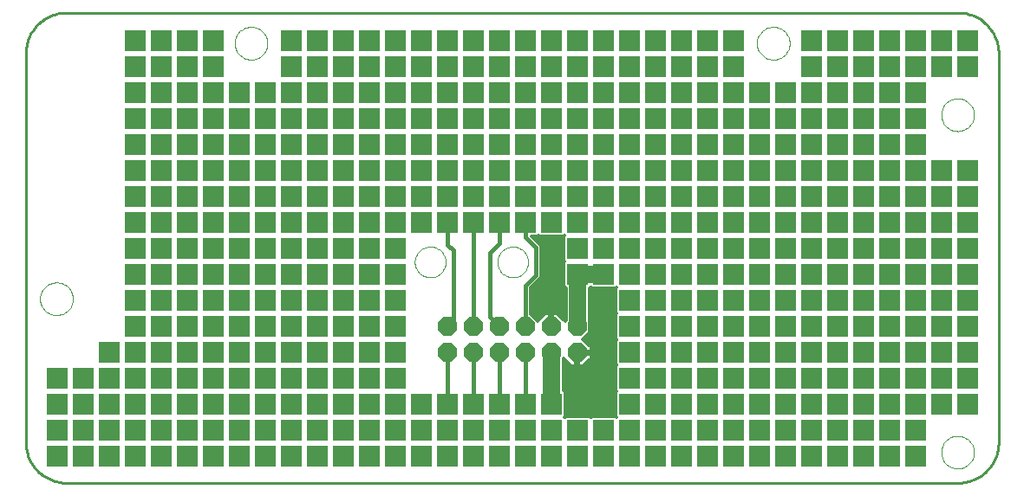
<source format=gtl>
G75*
%MOIN*%
%OFA0B0*%
%FSLAX24Y24*%
%IPPOS*%
%LPD*%
%AMOC8*
5,1,8,0,0,1.08239X$1,22.5*
%
%ADD10C,0.0100*%
%ADD11C,0.0000*%
%ADD12OC8,0.0740*%
%ADD13C,0.0120*%
%ADD14R,0.0827X0.0827*%
%ADD15C,0.0660*%
%ADD16C,0.0160*%
D10*
X002168Y020695D02*
X036420Y020695D01*
X036497Y020697D01*
X036574Y020703D01*
X036651Y020712D01*
X036727Y020725D01*
X036803Y020742D01*
X036877Y020763D01*
X036951Y020787D01*
X037023Y020815D01*
X037093Y020846D01*
X037162Y020881D01*
X037230Y020919D01*
X037295Y020960D01*
X037358Y021005D01*
X037419Y021053D01*
X037478Y021103D01*
X037534Y021156D01*
X037587Y021212D01*
X037637Y021271D01*
X037685Y021332D01*
X037730Y021395D01*
X037771Y021460D01*
X037809Y021528D01*
X037844Y021597D01*
X037875Y021667D01*
X037903Y021739D01*
X037927Y021813D01*
X037948Y021887D01*
X037965Y021963D01*
X037978Y022039D01*
X037987Y022116D01*
X037993Y022193D01*
X037995Y022270D01*
X037995Y037231D01*
X037993Y037308D01*
X037987Y037385D01*
X037978Y037462D01*
X037965Y037538D01*
X037948Y037614D01*
X037927Y037688D01*
X037903Y037762D01*
X037875Y037834D01*
X037844Y037904D01*
X037809Y037973D01*
X037771Y038041D01*
X037730Y038106D01*
X037685Y038169D01*
X037637Y038230D01*
X037587Y038289D01*
X037534Y038345D01*
X037478Y038398D01*
X037419Y038448D01*
X037358Y038496D01*
X037295Y038541D01*
X037230Y038582D01*
X037162Y038620D01*
X037093Y038655D01*
X037023Y038686D01*
X036951Y038714D01*
X036877Y038738D01*
X036803Y038759D01*
X036727Y038776D01*
X036651Y038789D01*
X036574Y038798D01*
X036497Y038804D01*
X036420Y038806D01*
X002168Y038806D01*
X002091Y038804D01*
X002014Y038798D01*
X001937Y038789D01*
X001861Y038776D01*
X001785Y038759D01*
X001711Y038738D01*
X001637Y038714D01*
X001565Y038686D01*
X001495Y038655D01*
X001426Y038620D01*
X001358Y038582D01*
X001293Y038541D01*
X001230Y038496D01*
X001169Y038448D01*
X001110Y038398D01*
X001054Y038345D01*
X001001Y038289D01*
X000951Y038230D01*
X000903Y038169D01*
X000858Y038106D01*
X000817Y038041D01*
X000779Y037973D01*
X000744Y037904D01*
X000713Y037834D01*
X000685Y037762D01*
X000661Y037688D01*
X000640Y037614D01*
X000623Y037538D01*
X000610Y037462D01*
X000601Y037385D01*
X000595Y037308D01*
X000593Y037231D01*
X000593Y022270D01*
X000595Y022193D01*
X000601Y022116D01*
X000610Y022039D01*
X000623Y021963D01*
X000640Y021887D01*
X000661Y021813D01*
X000685Y021739D01*
X000713Y021667D01*
X000744Y021597D01*
X000779Y021528D01*
X000817Y021460D01*
X000858Y021395D01*
X000903Y021332D01*
X000951Y021271D01*
X001001Y021212D01*
X001054Y021156D01*
X001110Y021103D01*
X001169Y021053D01*
X001230Y021005D01*
X001293Y020960D01*
X001358Y020919D01*
X001426Y020881D01*
X001495Y020846D01*
X001565Y020815D01*
X001637Y020787D01*
X001711Y020763D01*
X001785Y020742D01*
X001861Y020725D01*
X001937Y020712D01*
X002014Y020703D01*
X002091Y020697D01*
X002168Y020695D01*
D11*
X001144Y027782D02*
X001146Y027832D01*
X001152Y027882D01*
X001162Y027931D01*
X001176Y027979D01*
X001193Y028026D01*
X001214Y028071D01*
X001239Y028115D01*
X001267Y028156D01*
X001299Y028195D01*
X001333Y028232D01*
X001370Y028266D01*
X001410Y028296D01*
X001452Y028323D01*
X001496Y028347D01*
X001542Y028368D01*
X001589Y028384D01*
X001637Y028397D01*
X001687Y028406D01*
X001736Y028411D01*
X001787Y028412D01*
X001837Y028409D01*
X001886Y028402D01*
X001935Y028391D01*
X001983Y028376D01*
X002029Y028358D01*
X002074Y028336D01*
X002117Y028310D01*
X002158Y028281D01*
X002197Y028249D01*
X002233Y028214D01*
X002265Y028176D01*
X002295Y028136D01*
X002322Y028093D01*
X002345Y028049D01*
X002364Y028003D01*
X002380Y027955D01*
X002392Y027906D01*
X002400Y027857D01*
X002404Y027807D01*
X002404Y027757D01*
X002400Y027707D01*
X002392Y027658D01*
X002380Y027609D01*
X002364Y027561D01*
X002345Y027515D01*
X002322Y027471D01*
X002295Y027428D01*
X002265Y027388D01*
X002233Y027350D01*
X002197Y027315D01*
X002158Y027283D01*
X002117Y027254D01*
X002074Y027228D01*
X002029Y027206D01*
X001983Y027188D01*
X001935Y027173D01*
X001886Y027162D01*
X001837Y027155D01*
X001787Y027152D01*
X001736Y027153D01*
X001687Y027158D01*
X001637Y027167D01*
X001589Y027180D01*
X001542Y027196D01*
X001496Y027217D01*
X001452Y027241D01*
X001410Y027268D01*
X001370Y027298D01*
X001333Y027332D01*
X001299Y027369D01*
X001267Y027408D01*
X001239Y027449D01*
X001214Y027493D01*
X001193Y027538D01*
X001176Y027585D01*
X001162Y027633D01*
X001152Y027682D01*
X001146Y027732D01*
X001144Y027782D01*
X008624Y037624D02*
X008626Y037674D01*
X008632Y037724D01*
X008642Y037773D01*
X008656Y037821D01*
X008673Y037868D01*
X008694Y037913D01*
X008719Y037957D01*
X008747Y037998D01*
X008779Y038037D01*
X008813Y038074D01*
X008850Y038108D01*
X008890Y038138D01*
X008932Y038165D01*
X008976Y038189D01*
X009022Y038210D01*
X009069Y038226D01*
X009117Y038239D01*
X009167Y038248D01*
X009216Y038253D01*
X009267Y038254D01*
X009317Y038251D01*
X009366Y038244D01*
X009415Y038233D01*
X009463Y038218D01*
X009509Y038200D01*
X009554Y038178D01*
X009597Y038152D01*
X009638Y038123D01*
X009677Y038091D01*
X009713Y038056D01*
X009745Y038018D01*
X009775Y037978D01*
X009802Y037935D01*
X009825Y037891D01*
X009844Y037845D01*
X009860Y037797D01*
X009872Y037748D01*
X009880Y037699D01*
X009884Y037649D01*
X009884Y037599D01*
X009880Y037549D01*
X009872Y037500D01*
X009860Y037451D01*
X009844Y037403D01*
X009825Y037357D01*
X009802Y037313D01*
X009775Y037270D01*
X009745Y037230D01*
X009713Y037192D01*
X009677Y037157D01*
X009638Y037125D01*
X009597Y037096D01*
X009554Y037070D01*
X009509Y037048D01*
X009463Y037030D01*
X009415Y037015D01*
X009366Y037004D01*
X009317Y036997D01*
X009267Y036994D01*
X009216Y036995D01*
X009167Y037000D01*
X009117Y037009D01*
X009069Y037022D01*
X009022Y037038D01*
X008976Y037059D01*
X008932Y037083D01*
X008890Y037110D01*
X008850Y037140D01*
X008813Y037174D01*
X008779Y037211D01*
X008747Y037250D01*
X008719Y037291D01*
X008694Y037335D01*
X008673Y037380D01*
X008656Y037427D01*
X008642Y037475D01*
X008632Y037524D01*
X008626Y037574D01*
X008624Y037624D01*
X015553Y029199D02*
X015555Y029247D01*
X015561Y029295D01*
X015571Y029342D01*
X015584Y029388D01*
X015602Y029433D01*
X015622Y029477D01*
X015647Y029519D01*
X015675Y029558D01*
X015705Y029595D01*
X015739Y029629D01*
X015776Y029661D01*
X015814Y029690D01*
X015855Y029715D01*
X015898Y029737D01*
X015943Y029755D01*
X015989Y029769D01*
X016036Y029780D01*
X016084Y029787D01*
X016132Y029790D01*
X016180Y029789D01*
X016228Y029784D01*
X016276Y029775D01*
X016322Y029763D01*
X016367Y029746D01*
X016411Y029726D01*
X016453Y029703D01*
X016493Y029676D01*
X016531Y029646D01*
X016566Y029613D01*
X016598Y029577D01*
X016628Y029539D01*
X016654Y029498D01*
X016676Y029455D01*
X016696Y029411D01*
X016711Y029366D01*
X016723Y029319D01*
X016731Y029271D01*
X016735Y029223D01*
X016735Y029175D01*
X016731Y029127D01*
X016723Y029079D01*
X016711Y029032D01*
X016696Y028987D01*
X016676Y028943D01*
X016654Y028900D01*
X016628Y028859D01*
X016598Y028821D01*
X016566Y028785D01*
X016531Y028752D01*
X016493Y028722D01*
X016453Y028695D01*
X016411Y028672D01*
X016367Y028652D01*
X016322Y028635D01*
X016276Y028623D01*
X016228Y028614D01*
X016180Y028609D01*
X016132Y028608D01*
X016084Y028611D01*
X016036Y028618D01*
X015989Y028629D01*
X015943Y028643D01*
X015898Y028661D01*
X015855Y028683D01*
X015814Y028708D01*
X015776Y028737D01*
X015739Y028769D01*
X015705Y028803D01*
X015675Y028840D01*
X015647Y028879D01*
X015622Y028921D01*
X015602Y028965D01*
X015584Y029010D01*
X015571Y029056D01*
X015561Y029103D01*
X015555Y029151D01*
X015553Y029199D01*
X018730Y029199D02*
X018732Y029247D01*
X018738Y029295D01*
X018748Y029342D01*
X018761Y029388D01*
X018779Y029433D01*
X018799Y029477D01*
X018824Y029519D01*
X018852Y029558D01*
X018882Y029595D01*
X018916Y029629D01*
X018953Y029661D01*
X018991Y029690D01*
X019032Y029715D01*
X019075Y029737D01*
X019120Y029755D01*
X019166Y029769D01*
X019213Y029780D01*
X019261Y029787D01*
X019309Y029790D01*
X019357Y029789D01*
X019405Y029784D01*
X019453Y029775D01*
X019499Y029763D01*
X019544Y029746D01*
X019588Y029726D01*
X019630Y029703D01*
X019670Y029676D01*
X019708Y029646D01*
X019743Y029613D01*
X019775Y029577D01*
X019805Y029539D01*
X019831Y029498D01*
X019853Y029455D01*
X019873Y029411D01*
X019888Y029366D01*
X019900Y029319D01*
X019908Y029271D01*
X019912Y029223D01*
X019912Y029175D01*
X019908Y029127D01*
X019900Y029079D01*
X019888Y029032D01*
X019873Y028987D01*
X019853Y028943D01*
X019831Y028900D01*
X019805Y028859D01*
X019775Y028821D01*
X019743Y028785D01*
X019708Y028752D01*
X019670Y028722D01*
X019630Y028695D01*
X019588Y028672D01*
X019544Y028652D01*
X019499Y028635D01*
X019453Y028623D01*
X019405Y028614D01*
X019357Y028609D01*
X019309Y028608D01*
X019261Y028611D01*
X019213Y028618D01*
X019166Y028629D01*
X019120Y028643D01*
X019075Y028661D01*
X019032Y028683D01*
X018991Y028708D01*
X018953Y028737D01*
X018916Y028769D01*
X018882Y028803D01*
X018852Y028840D01*
X018824Y028879D01*
X018799Y028921D01*
X018779Y028965D01*
X018761Y029010D01*
X018748Y029056D01*
X018738Y029103D01*
X018732Y029151D01*
X018730Y029199D01*
X028703Y037624D02*
X028705Y037674D01*
X028711Y037724D01*
X028721Y037773D01*
X028735Y037821D01*
X028752Y037868D01*
X028773Y037913D01*
X028798Y037957D01*
X028826Y037998D01*
X028858Y038037D01*
X028892Y038074D01*
X028929Y038108D01*
X028969Y038138D01*
X029011Y038165D01*
X029055Y038189D01*
X029101Y038210D01*
X029148Y038226D01*
X029196Y038239D01*
X029246Y038248D01*
X029295Y038253D01*
X029346Y038254D01*
X029396Y038251D01*
X029445Y038244D01*
X029494Y038233D01*
X029542Y038218D01*
X029588Y038200D01*
X029633Y038178D01*
X029676Y038152D01*
X029717Y038123D01*
X029756Y038091D01*
X029792Y038056D01*
X029824Y038018D01*
X029854Y037978D01*
X029881Y037935D01*
X029904Y037891D01*
X029923Y037845D01*
X029939Y037797D01*
X029951Y037748D01*
X029959Y037699D01*
X029963Y037649D01*
X029963Y037599D01*
X029959Y037549D01*
X029951Y037500D01*
X029939Y037451D01*
X029923Y037403D01*
X029904Y037357D01*
X029881Y037313D01*
X029854Y037270D01*
X029824Y037230D01*
X029792Y037192D01*
X029756Y037157D01*
X029717Y037125D01*
X029676Y037096D01*
X029633Y037070D01*
X029588Y037048D01*
X029542Y037030D01*
X029494Y037015D01*
X029445Y037004D01*
X029396Y036997D01*
X029346Y036994D01*
X029295Y036995D01*
X029246Y037000D01*
X029196Y037009D01*
X029148Y037022D01*
X029101Y037038D01*
X029055Y037059D01*
X029011Y037083D01*
X028969Y037110D01*
X028929Y037140D01*
X028892Y037174D01*
X028858Y037211D01*
X028826Y037250D01*
X028798Y037291D01*
X028773Y037335D01*
X028752Y037380D01*
X028735Y037427D01*
X028721Y037475D01*
X028711Y037524D01*
X028705Y037574D01*
X028703Y037624D01*
X035790Y034869D02*
X035792Y034919D01*
X035798Y034969D01*
X035808Y035018D01*
X035822Y035066D01*
X035839Y035113D01*
X035860Y035158D01*
X035885Y035202D01*
X035913Y035243D01*
X035945Y035282D01*
X035979Y035319D01*
X036016Y035353D01*
X036056Y035383D01*
X036098Y035410D01*
X036142Y035434D01*
X036188Y035455D01*
X036235Y035471D01*
X036283Y035484D01*
X036333Y035493D01*
X036382Y035498D01*
X036433Y035499D01*
X036483Y035496D01*
X036532Y035489D01*
X036581Y035478D01*
X036629Y035463D01*
X036675Y035445D01*
X036720Y035423D01*
X036763Y035397D01*
X036804Y035368D01*
X036843Y035336D01*
X036879Y035301D01*
X036911Y035263D01*
X036941Y035223D01*
X036968Y035180D01*
X036991Y035136D01*
X037010Y035090D01*
X037026Y035042D01*
X037038Y034993D01*
X037046Y034944D01*
X037050Y034894D01*
X037050Y034844D01*
X037046Y034794D01*
X037038Y034745D01*
X037026Y034696D01*
X037010Y034648D01*
X036991Y034602D01*
X036968Y034558D01*
X036941Y034515D01*
X036911Y034475D01*
X036879Y034437D01*
X036843Y034402D01*
X036804Y034370D01*
X036763Y034341D01*
X036720Y034315D01*
X036675Y034293D01*
X036629Y034275D01*
X036581Y034260D01*
X036532Y034249D01*
X036483Y034242D01*
X036433Y034239D01*
X036382Y034240D01*
X036333Y034245D01*
X036283Y034254D01*
X036235Y034267D01*
X036188Y034283D01*
X036142Y034304D01*
X036098Y034328D01*
X036056Y034355D01*
X036016Y034385D01*
X035979Y034419D01*
X035945Y034456D01*
X035913Y034495D01*
X035885Y034536D01*
X035860Y034580D01*
X035839Y034625D01*
X035822Y034672D01*
X035808Y034720D01*
X035798Y034769D01*
X035792Y034819D01*
X035790Y034869D01*
X035790Y021876D02*
X035792Y021926D01*
X035798Y021976D01*
X035808Y022025D01*
X035822Y022073D01*
X035839Y022120D01*
X035860Y022165D01*
X035885Y022209D01*
X035913Y022250D01*
X035945Y022289D01*
X035979Y022326D01*
X036016Y022360D01*
X036056Y022390D01*
X036098Y022417D01*
X036142Y022441D01*
X036188Y022462D01*
X036235Y022478D01*
X036283Y022491D01*
X036333Y022500D01*
X036382Y022505D01*
X036433Y022506D01*
X036483Y022503D01*
X036532Y022496D01*
X036581Y022485D01*
X036629Y022470D01*
X036675Y022452D01*
X036720Y022430D01*
X036763Y022404D01*
X036804Y022375D01*
X036843Y022343D01*
X036879Y022308D01*
X036911Y022270D01*
X036941Y022230D01*
X036968Y022187D01*
X036991Y022143D01*
X037010Y022097D01*
X037026Y022049D01*
X037038Y022000D01*
X037046Y021951D01*
X037050Y021901D01*
X037050Y021851D01*
X037046Y021801D01*
X037038Y021752D01*
X037026Y021703D01*
X037010Y021655D01*
X036991Y021609D01*
X036968Y021565D01*
X036941Y021522D01*
X036911Y021482D01*
X036879Y021444D01*
X036843Y021409D01*
X036804Y021377D01*
X036763Y021348D01*
X036720Y021322D01*
X036675Y021300D01*
X036629Y021282D01*
X036581Y021267D01*
X036532Y021256D01*
X036483Y021249D01*
X036433Y021246D01*
X036382Y021247D01*
X036333Y021252D01*
X036283Y021261D01*
X036235Y021274D01*
X036188Y021290D01*
X036142Y021311D01*
X036098Y021335D01*
X036056Y021362D01*
X036016Y021392D01*
X035979Y021426D01*
X035945Y021463D01*
X035913Y021502D01*
X035885Y021543D01*
X035860Y021587D01*
X035839Y021632D01*
X035822Y021679D01*
X035808Y021727D01*
X035798Y021776D01*
X035792Y021826D01*
X035790Y021876D01*
D12*
X021794Y025707D03*
X021794Y026707D03*
X020794Y026707D03*
X020794Y025707D03*
X019794Y025707D03*
X019794Y026707D03*
X018794Y026707D03*
X018794Y025707D03*
X017794Y025707D03*
X017794Y026707D03*
X016794Y026707D03*
X016794Y025707D03*
D13*
X019994Y027197D02*
X019994Y028199D01*
X020282Y028487D01*
X020399Y028605D01*
X020399Y029833D01*
X020043Y030190D01*
X020277Y030190D01*
X020314Y030226D01*
X020313Y030226D01*
X020314Y030226D02*
X020350Y030190D01*
X021277Y030190D01*
X021314Y030226D01*
X021313Y030226D01*
X021314Y030226D02*
X021317Y030223D01*
X021280Y030186D01*
X021280Y029260D01*
X021317Y029223D01*
X021280Y029186D01*
X021280Y028260D01*
X021350Y028190D01*
X021364Y028190D01*
X021364Y026970D01*
X021322Y026928D01*
X021013Y027237D01*
X020834Y027237D01*
X020834Y026747D01*
X020754Y026747D01*
X020754Y027237D01*
X020574Y027237D01*
X020266Y026928D01*
X019997Y027197D01*
X019994Y027197D01*
X019994Y027264D02*
X021364Y027264D01*
X021364Y027382D02*
X019994Y027382D01*
X019994Y027501D02*
X021364Y027501D01*
X021364Y027619D02*
X019994Y027619D01*
X019994Y027738D02*
X021364Y027738D01*
X021364Y027856D02*
X019994Y027856D01*
X019994Y027975D02*
X021364Y027975D01*
X021364Y028093D02*
X019994Y028093D01*
X020006Y028212D02*
X021328Y028212D01*
X021280Y028330D02*
X020125Y028330D01*
X020243Y028449D02*
X021280Y028449D01*
X021280Y028567D02*
X020362Y028567D01*
X020399Y028686D02*
X021280Y028686D01*
X021280Y028804D02*
X020399Y028804D01*
X020399Y028923D02*
X021280Y028923D01*
X021280Y029041D02*
X020399Y029041D01*
X020399Y029160D02*
X021280Y029160D01*
X021280Y029278D02*
X020399Y029278D01*
X020399Y029397D02*
X021280Y029397D01*
X021280Y029515D02*
X020399Y029515D01*
X020399Y029634D02*
X021280Y029634D01*
X021280Y029752D02*
X020399Y029752D01*
X020362Y029871D02*
X021280Y029871D01*
X021280Y029989D02*
X020244Y029989D01*
X020125Y030108D02*
X021280Y030108D01*
X022314Y028226D02*
X022350Y028190D01*
X023277Y028190D01*
X023314Y028226D01*
X023317Y028223D01*
X023280Y028186D01*
X023280Y027260D01*
X023317Y027223D01*
X023280Y027186D01*
X023280Y026260D01*
X023317Y026223D01*
X023280Y026186D01*
X023280Y025260D01*
X023317Y025223D01*
X023280Y025186D01*
X023280Y024260D01*
X023317Y024223D01*
X023280Y024186D01*
X023280Y023260D01*
X023317Y023223D01*
X023314Y023219D01*
X023277Y023256D01*
X022350Y023256D01*
X022314Y023219D01*
X022277Y023256D01*
X021350Y023256D01*
X021314Y023219D01*
X021310Y023223D01*
X021347Y023260D01*
X021347Y024186D01*
X021277Y024256D01*
X021264Y024256D01*
X021264Y025484D01*
X021266Y025486D01*
X021574Y025177D01*
X021754Y025177D01*
X021754Y025667D01*
X021834Y025667D01*
X021834Y025747D01*
X022324Y025747D01*
X022324Y025927D01*
X022015Y026235D01*
X022284Y026504D01*
X022284Y026910D01*
X022264Y026930D01*
X022264Y028190D01*
X022277Y028190D01*
X022314Y028226D01*
X022328Y028212D02*
X022299Y028212D01*
X022264Y028093D02*
X023280Y028093D01*
X023280Y027975D02*
X022264Y027975D01*
X022264Y027856D02*
X023280Y027856D01*
X023280Y027738D02*
X022264Y027738D01*
X022264Y027619D02*
X023280Y027619D01*
X023280Y027501D02*
X022264Y027501D01*
X022264Y027382D02*
X023280Y027382D01*
X023280Y027264D02*
X022264Y027264D01*
X022264Y027145D02*
X023280Y027145D01*
X023280Y027027D02*
X022264Y027027D01*
X022284Y026908D02*
X023280Y026908D01*
X023280Y026790D02*
X022284Y026790D01*
X022284Y026671D02*
X023280Y026671D01*
X023280Y026553D02*
X022284Y026553D01*
X022214Y026434D02*
X023280Y026434D01*
X023280Y026316D02*
X022095Y026316D01*
X022053Y026197D02*
X023291Y026197D01*
X023280Y026079D02*
X022172Y026079D01*
X022290Y025960D02*
X023280Y025960D01*
X023280Y025842D02*
X022324Y025842D01*
X022324Y025667D02*
X021834Y025667D01*
X021834Y025177D01*
X022013Y025177D01*
X022324Y025488D01*
X022324Y025667D01*
X022324Y025605D02*
X023280Y025605D01*
X023280Y025723D02*
X021834Y025723D01*
X021834Y025605D02*
X021754Y025605D01*
X021754Y025486D02*
X021834Y025486D01*
X021834Y025368D02*
X021754Y025368D01*
X021754Y025249D02*
X021834Y025249D01*
X022085Y025249D02*
X023291Y025249D01*
X023280Y025131D02*
X021264Y025131D01*
X021264Y025249D02*
X021502Y025249D01*
X021384Y025368D02*
X021264Y025368D01*
X021264Y025012D02*
X023280Y025012D01*
X023280Y024894D02*
X021264Y024894D01*
X021264Y024775D02*
X023280Y024775D01*
X023280Y024657D02*
X021264Y024657D01*
X021264Y024538D02*
X023280Y024538D01*
X023280Y024420D02*
X021264Y024420D01*
X021264Y024301D02*
X023280Y024301D01*
X023280Y024183D02*
X021347Y024183D01*
X021347Y024064D02*
X023280Y024064D01*
X023280Y023946D02*
X021347Y023946D01*
X021347Y023827D02*
X023280Y023827D01*
X023280Y023709D02*
X021347Y023709D01*
X021347Y023590D02*
X023280Y023590D01*
X023280Y023472D02*
X021347Y023472D01*
X021347Y023353D02*
X023280Y023353D01*
X023298Y023235D02*
X023305Y023235D01*
X022329Y023235D02*
X022298Y023235D01*
X021329Y023235D02*
X021322Y023235D01*
X022204Y025368D02*
X023280Y025368D01*
X023280Y025486D02*
X022322Y025486D01*
X021364Y027027D02*
X021224Y027027D01*
X021105Y027145D02*
X021364Y027145D01*
X020834Y027145D02*
X020754Y027145D01*
X020754Y027027D02*
X020834Y027027D01*
X020834Y026908D02*
X020754Y026908D01*
X020754Y026790D02*
X020834Y026790D01*
X020482Y027145D02*
X020049Y027145D01*
X020167Y027027D02*
X020364Y027027D01*
X023299Y028212D02*
X023306Y028212D01*
D14*
X023814Y027723D03*
X023814Y028723D03*
X023814Y029723D03*
X023814Y030723D03*
X023814Y031723D03*
X023814Y032723D03*
X023814Y033723D03*
X023814Y034723D03*
X023814Y035723D03*
X023814Y036723D03*
X023814Y037723D03*
X022814Y037723D03*
X022814Y036723D03*
X022814Y035723D03*
X022814Y034723D03*
X022814Y033723D03*
X022814Y032723D03*
X022814Y031723D03*
X022814Y030723D03*
X022814Y029723D03*
X022814Y028723D03*
X021814Y028723D03*
X021814Y029723D03*
X021814Y030723D03*
X021814Y031723D03*
X021814Y032723D03*
X021814Y033723D03*
X021814Y034723D03*
X021814Y035723D03*
X021814Y036723D03*
X021814Y037723D03*
X020814Y037723D03*
X020814Y036723D03*
X020814Y035723D03*
X020814Y034723D03*
X020814Y033723D03*
X020814Y032723D03*
X020814Y031723D03*
X020814Y030723D03*
X020814Y029723D03*
X020814Y028723D03*
X019814Y030723D03*
X019814Y031723D03*
X019814Y032723D03*
X019814Y033723D03*
X019814Y034723D03*
X019814Y035723D03*
X019814Y036723D03*
X019814Y037723D03*
X018814Y037723D03*
X018814Y036723D03*
X018814Y035723D03*
X018814Y034723D03*
X018814Y033723D03*
X018814Y032723D03*
X018814Y031723D03*
X018814Y030723D03*
X017814Y030723D03*
X017814Y031723D03*
X017814Y032723D03*
X017814Y033723D03*
X017814Y034723D03*
X017814Y035723D03*
X017814Y036723D03*
X017814Y037723D03*
X016814Y037723D03*
X016814Y036723D03*
X016814Y035723D03*
X016814Y034723D03*
X016814Y033723D03*
X016814Y032723D03*
X016814Y031723D03*
X016814Y030723D03*
X015814Y030723D03*
X015814Y031723D03*
X015814Y032723D03*
X015814Y033723D03*
X015814Y034723D03*
X015814Y035723D03*
X015814Y036723D03*
X015814Y037723D03*
X014814Y037723D03*
X014814Y036723D03*
X014814Y035723D03*
X014814Y034723D03*
X014814Y033723D03*
X014814Y032723D03*
X014814Y031723D03*
X014814Y030723D03*
X014814Y029723D03*
X014814Y028723D03*
X014814Y027723D03*
X014814Y026723D03*
X014814Y025723D03*
X014814Y024723D03*
X014814Y023723D03*
X015814Y023723D03*
X015814Y022723D03*
X015814Y021723D03*
X014814Y021723D03*
X014814Y022723D03*
X013814Y022723D03*
X013814Y023723D03*
X013814Y024723D03*
X013814Y025723D03*
X013814Y026723D03*
X013814Y027723D03*
X013814Y028723D03*
X013814Y029723D03*
X013814Y030723D03*
X013814Y031723D03*
X013814Y032723D03*
X013814Y033723D03*
X013814Y034723D03*
X013814Y035723D03*
X013814Y036723D03*
X013814Y037723D03*
X012814Y037723D03*
X012814Y036723D03*
X012814Y035723D03*
X012814Y034723D03*
X012814Y033723D03*
X012814Y032723D03*
X012814Y031723D03*
X012814Y030723D03*
X012814Y029723D03*
X012814Y028723D03*
X012814Y027723D03*
X012814Y026723D03*
X012814Y025723D03*
X012814Y024723D03*
X012814Y023723D03*
X012814Y022723D03*
X012814Y021723D03*
X013814Y021723D03*
X011814Y021723D03*
X011814Y022723D03*
X011814Y023723D03*
X011814Y024723D03*
X011814Y025723D03*
X011814Y026723D03*
X011814Y027723D03*
X011814Y028723D03*
X011814Y029723D03*
X011814Y030723D03*
X011814Y031723D03*
X011814Y032723D03*
X011814Y033723D03*
X011814Y034723D03*
X011814Y035723D03*
X011814Y036723D03*
X011814Y037723D03*
X010814Y037723D03*
X010814Y036723D03*
X010814Y035723D03*
X010814Y034723D03*
X010814Y033723D03*
X010814Y032723D03*
X010814Y031723D03*
X010814Y030723D03*
X010814Y029723D03*
X010814Y028723D03*
X010814Y027723D03*
X010814Y026723D03*
X010814Y025723D03*
X010814Y024723D03*
X010814Y023723D03*
X010814Y022723D03*
X010814Y021723D03*
X009814Y021723D03*
X009814Y022723D03*
X009814Y023723D03*
X009814Y024723D03*
X009814Y025723D03*
X009814Y026723D03*
X009814Y027723D03*
X009814Y028723D03*
X009814Y029723D03*
X009814Y030723D03*
X009814Y031723D03*
X009814Y032723D03*
X009814Y033723D03*
X009814Y034723D03*
X009814Y035723D03*
X008814Y035723D03*
X008814Y034723D03*
X008814Y033723D03*
X008814Y032723D03*
X008814Y031723D03*
X008814Y030723D03*
X008814Y029723D03*
X008814Y028723D03*
X008814Y027723D03*
X008814Y026723D03*
X008814Y025723D03*
X008814Y024723D03*
X008814Y023723D03*
X008814Y022723D03*
X008814Y021723D03*
X007814Y021723D03*
X007814Y022723D03*
X007814Y023723D03*
X007814Y024723D03*
X007814Y025723D03*
X007814Y026723D03*
X007814Y027723D03*
X007814Y028723D03*
X007814Y029723D03*
X007814Y030723D03*
X007814Y031723D03*
X007814Y032723D03*
X007814Y033723D03*
X007814Y034723D03*
X007814Y035723D03*
X007814Y036723D03*
X007814Y037723D03*
X006814Y037723D03*
X006814Y036723D03*
X006814Y035723D03*
X006814Y034723D03*
X006814Y033723D03*
X006814Y032723D03*
X006814Y031723D03*
X006814Y030723D03*
X006814Y029723D03*
X006814Y028723D03*
X006814Y027723D03*
X006814Y026723D03*
X006814Y025723D03*
X006814Y024723D03*
X006814Y023723D03*
X006814Y022723D03*
X006814Y021723D03*
X005814Y021723D03*
X005814Y022723D03*
X005814Y023723D03*
X005814Y024723D03*
X005814Y025723D03*
X005814Y026723D03*
X005814Y027723D03*
X005814Y028723D03*
X005814Y029723D03*
X005814Y030723D03*
X005814Y031723D03*
X005814Y032723D03*
X005814Y033723D03*
X005814Y034723D03*
X005814Y035723D03*
X005814Y036723D03*
X005814Y037723D03*
X004814Y037723D03*
X004814Y036723D03*
X004814Y035723D03*
X004814Y034723D03*
X004814Y033723D03*
X004814Y032723D03*
X004814Y031723D03*
X004814Y030723D03*
X004814Y029723D03*
X004814Y028723D03*
X004814Y027723D03*
X004814Y026723D03*
X004814Y025723D03*
X004814Y024723D03*
X004814Y023723D03*
X004814Y022723D03*
X004814Y021723D03*
X003814Y021723D03*
X003814Y022723D03*
X003814Y023723D03*
X003814Y024723D03*
X003814Y025723D03*
X002814Y024723D03*
X002814Y023723D03*
X002814Y022723D03*
X002814Y021723D03*
X001814Y021723D03*
X001814Y022723D03*
X001814Y023723D03*
X001814Y024723D03*
X016814Y023723D03*
X016814Y022723D03*
X016814Y021723D03*
X017814Y021723D03*
X018814Y021723D03*
X018814Y022723D03*
X018814Y023723D03*
X017814Y023723D03*
X017814Y022723D03*
X019814Y022723D03*
X020814Y022723D03*
X020814Y023723D03*
X019814Y023723D03*
X019814Y021723D03*
X020814Y021723D03*
X021814Y021723D03*
X021814Y022723D03*
X021814Y023723D03*
X022814Y023723D03*
X023814Y023723D03*
X023814Y024723D03*
X023814Y025723D03*
X023814Y026723D03*
X024814Y026723D03*
X025814Y026723D03*
X025814Y027723D03*
X025814Y028723D03*
X025814Y029723D03*
X025814Y030723D03*
X025814Y031723D03*
X025814Y032723D03*
X025814Y033723D03*
X025814Y034723D03*
X025814Y035723D03*
X025814Y036723D03*
X025814Y037723D03*
X024814Y037723D03*
X024814Y036723D03*
X024814Y035723D03*
X024814Y034723D03*
X024814Y033723D03*
X024814Y032723D03*
X024814Y031723D03*
X024814Y030723D03*
X024814Y029723D03*
X024814Y028723D03*
X024814Y027723D03*
X024814Y025723D03*
X025814Y025723D03*
X025814Y024723D03*
X025814Y023723D03*
X025814Y022723D03*
X025814Y021723D03*
X024814Y021723D03*
X024814Y022723D03*
X024814Y023723D03*
X024814Y024723D03*
X023814Y022723D03*
X023814Y021723D03*
X022814Y021723D03*
X022814Y022723D03*
X026814Y022723D03*
X026814Y023723D03*
X026814Y024723D03*
X026814Y025723D03*
X026814Y026723D03*
X026814Y027723D03*
X026814Y028723D03*
X026814Y029723D03*
X026814Y030723D03*
X026814Y031723D03*
X026814Y032723D03*
X026814Y033723D03*
X026814Y034723D03*
X026814Y035723D03*
X026814Y036723D03*
X026814Y037723D03*
X027814Y037723D03*
X027814Y036723D03*
X027814Y035723D03*
X028814Y035723D03*
X028814Y034723D03*
X028814Y033723D03*
X028814Y032723D03*
X028814Y031723D03*
X028814Y030723D03*
X028814Y029723D03*
X028814Y028723D03*
X028814Y027723D03*
X028814Y026723D03*
X028814Y025723D03*
X028814Y024723D03*
X028814Y023723D03*
X028814Y022723D03*
X028814Y021723D03*
X027814Y021723D03*
X027814Y022723D03*
X027814Y023723D03*
X027814Y024723D03*
X027814Y025723D03*
X027814Y026723D03*
X027814Y027723D03*
X027814Y028723D03*
X027814Y029723D03*
X027814Y030723D03*
X027814Y031723D03*
X027814Y032723D03*
X027814Y033723D03*
X027814Y034723D03*
X029814Y034723D03*
X030814Y034723D03*
X030814Y035723D03*
X030814Y036723D03*
X030814Y037723D03*
X031814Y037723D03*
X031814Y036723D03*
X031814Y035723D03*
X031814Y034723D03*
X031814Y033723D03*
X031814Y032723D03*
X031814Y031723D03*
X031814Y030723D03*
X031814Y029723D03*
X031814Y028723D03*
X031814Y027723D03*
X031814Y026723D03*
X031814Y025723D03*
X031814Y024723D03*
X031814Y023723D03*
X031814Y022723D03*
X031814Y021723D03*
X032814Y021723D03*
X033814Y021723D03*
X033814Y022723D03*
X033814Y023723D03*
X033814Y024723D03*
X033814Y025723D03*
X033814Y026723D03*
X033814Y027723D03*
X033814Y028723D03*
X033814Y029723D03*
X033814Y030723D03*
X033814Y031723D03*
X033814Y032723D03*
X033814Y033723D03*
X033814Y034723D03*
X033814Y035723D03*
X033814Y036723D03*
X033814Y037723D03*
X032814Y037723D03*
X032814Y036723D03*
X032814Y035723D03*
X032814Y034723D03*
X032814Y033723D03*
X032814Y032723D03*
X032814Y031723D03*
X032814Y030723D03*
X032814Y029723D03*
X032814Y028723D03*
X032814Y027723D03*
X032814Y026723D03*
X032814Y025723D03*
X032814Y024723D03*
X032814Y023723D03*
X032814Y022723D03*
X034814Y022723D03*
X034814Y023723D03*
X035814Y023723D03*
X035814Y024723D03*
X035814Y025723D03*
X035814Y026723D03*
X035814Y027723D03*
X035814Y028723D03*
X035814Y029723D03*
X035814Y030723D03*
X035814Y031723D03*
X035814Y032723D03*
X034814Y032723D03*
X034814Y033723D03*
X034814Y034723D03*
X034814Y035723D03*
X034814Y036723D03*
X035814Y036723D03*
X035814Y037723D03*
X034814Y037723D03*
X036814Y037723D03*
X036814Y036723D03*
X036814Y032723D03*
X036814Y031723D03*
X036814Y030723D03*
X036814Y029723D03*
X036814Y028723D03*
X036814Y027723D03*
X036814Y026723D03*
X036814Y025723D03*
X036814Y024723D03*
X036814Y023723D03*
X034814Y024723D03*
X034814Y025723D03*
X034814Y026723D03*
X034814Y027723D03*
X034814Y028723D03*
X034814Y029723D03*
X034814Y030723D03*
X034814Y031723D03*
X030814Y031723D03*
X030814Y032723D03*
X030814Y033723D03*
X029814Y033723D03*
X029814Y032723D03*
X029814Y031723D03*
X029814Y030723D03*
X030814Y030723D03*
X030814Y029723D03*
X030814Y028723D03*
X030814Y027723D03*
X030814Y026723D03*
X030814Y025723D03*
X030814Y024723D03*
X030814Y023723D03*
X030814Y022723D03*
X030814Y021723D03*
X029814Y021723D03*
X029814Y022723D03*
X029814Y023723D03*
X029814Y024723D03*
X029814Y025723D03*
X029814Y026723D03*
X029814Y027723D03*
X029814Y028723D03*
X029814Y029723D03*
X029814Y035723D03*
X026814Y021723D03*
X034814Y021723D03*
D15*
X022814Y028723D02*
X021814Y028723D01*
X021814Y026707D01*
X021794Y026707D01*
X020814Y025707D02*
X020814Y023723D01*
X020794Y025707D02*
X020814Y025707D01*
X020829Y028727D02*
X020829Y029723D01*
X020814Y029723D01*
D16*
X020199Y029750D02*
X019806Y030144D01*
X019806Y030459D01*
X019806Y030715D01*
X019814Y030723D01*
X020199Y029750D02*
X020199Y028687D01*
X019794Y028282D01*
X019794Y026707D01*
X019794Y025707D02*
X019814Y025707D01*
X019814Y023723D01*
X018814Y023723D02*
X018814Y025707D01*
X018794Y025707D01*
X017814Y025707D02*
X017814Y023723D01*
X016814Y023723D02*
X016814Y025707D01*
X016794Y025707D01*
X016794Y026707D02*
X017026Y026939D01*
X017026Y029656D01*
X016814Y029869D01*
X016814Y030723D01*
X017794Y030703D02*
X017814Y030723D01*
X017794Y030703D02*
X017794Y026707D01*
X018428Y027073D02*
X018794Y026707D01*
X018428Y027073D02*
X018428Y029554D01*
X018467Y029593D01*
X018814Y029939D01*
X018814Y030723D01*
X017010Y026924D02*
X016794Y026707D01*
X017794Y025707D02*
X017814Y025707D01*
M02*

</source>
